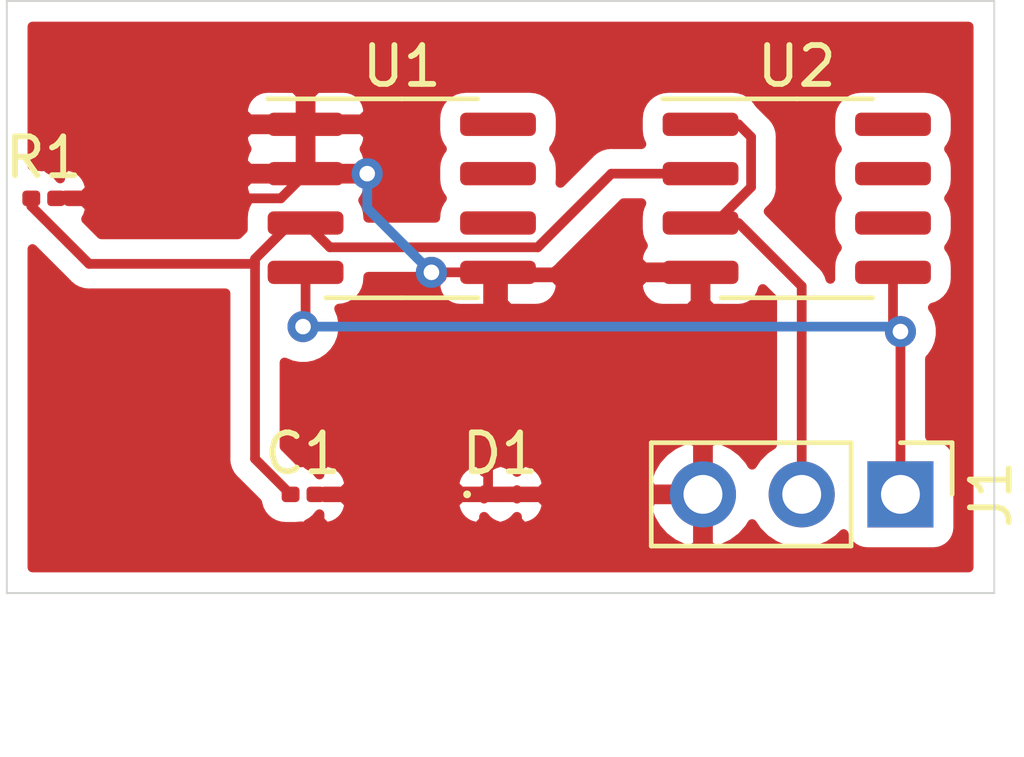
<source format=kicad_pcb>
(kicad_pcb (version 20171130) (host pcbnew "(5.1.9-0-10_14)")

  (general
    (thickness 1.6)
    (drawings 4)
    (tracks 44)
    (zones 0)
    (modules 6)
    (nets 5)
  )

  (page A4 portrait)
  (layers
    (0 F.Cu signal)
    (31 B.Cu signal)
    (32 B.Adhes user)
    (33 F.Adhes user)
    (34 B.Paste user)
    (35 F.Paste user)
    (36 B.SilkS user)
    (37 F.SilkS user)
    (38 B.Mask user)
    (39 F.Mask user)
    (40 Dwgs.User user)
    (41 Cmts.User user)
    (42 Eco1.User user)
    (43 Eco2.User user)
    (44 Edge.Cuts user)
    (45 Margin user)
    (46 B.CrtYd user)
    (47 F.CrtYd user)
    (48 B.Fab user)
    (49 F.Fab user)
  )

  (setup
    (last_trace_width 0.25)
    (trace_clearance 0.2)
    (zone_clearance 0.508)
    (zone_45_only no)
    (trace_min 0.2)
    (via_size 0.8)
    (via_drill 0.4)
    (via_min_size 0.4)
    (via_min_drill 0.3)
    (uvia_size 0.3)
    (uvia_drill 0.1)
    (uvias_allowed no)
    (uvia_min_size 0.2)
    (uvia_min_drill 0.1)
    (edge_width 0.05)
    (segment_width 0.2)
    (pcb_text_width 0.3)
    (pcb_text_size 1.5 1.5)
    (mod_edge_width 0.12)
    (mod_text_size 1 1)
    (mod_text_width 0.15)
    (pad_size 1.524 1.524)
    (pad_drill 0.762)
    (pad_to_mask_clearance 0)
    (aux_axis_origin 0 0)
    (visible_elements FFFFFF7F)
    (pcbplotparams
      (layerselection 0x010fc_ffffffff)
      (usegerberextensions false)
      (usegerberattributes true)
      (usegerberadvancedattributes true)
      (creategerberjobfile true)
      (excludeedgelayer true)
      (linewidth 0.100000)
      (plotframeref false)
      (viasonmask false)
      (mode 1)
      (useauxorigin false)
      (hpglpennumber 1)
      (hpglpenspeed 20)
      (hpglpendiameter 15.000000)
      (psnegative false)
      (psa4output false)
      (plotreference true)
      (plotvalue true)
      (plotinvisibletext false)
      (padsonsilk false)
      (subtractmaskfromsilk false)
      (outputformat 1)
      (mirror false)
      (drillshape 1)
      (scaleselection 1)
      (outputdirectory ""))
  )

  (net 0 "")
  (net 1 GND)
  (net 2 "Net-(C1-Pad1)")
  (net 3 +5V)
  (net 4 /Photodiode_Out)

  (net_class Default "This is the default net class."
    (clearance 0.2)
    (trace_width 0.25)
    (via_dia 0.8)
    (via_drill 0.4)
    (uvia_dia 0.3)
    (uvia_drill 0.1)
    (add_net +5V)
    (add_net /Photodiode_Out)
    (add_net GND)
    (add_net "Net-(C1-Pad1)")
  )

  (module Connector_PinHeader_2.54mm:PinHeader_1x03_P2.54mm_Vertical (layer F.Cu) (tedit 59FED5CC) (tstamp 60459858)
    (at 134.747 151.13 270)
    (descr "Through hole straight pin header, 1x03, 2.54mm pitch, single row")
    (tags "Through hole pin header THT 1x03 2.54mm single row")
    (path /60459A4A)
    (fp_text reference J1 (at 0 -2.33 90) (layer F.SilkS)
      (effects (font (size 1 1) (thickness 0.15)))
    )
    (fp_text value Conn_01x03_Male (at 0 7.41 90) (layer F.Fab)
      (effects (font (size 1 1) (thickness 0.15)))
    )
    (fp_text user %R (at 0 2.54) (layer F.Fab)
      (effects (font (size 1 1) (thickness 0.15)))
    )
    (fp_line (start -0.635 -1.27) (end 1.27 -1.27) (layer F.Fab) (width 0.1))
    (fp_line (start 1.27 -1.27) (end 1.27 6.35) (layer F.Fab) (width 0.1))
    (fp_line (start 1.27 6.35) (end -1.27 6.35) (layer F.Fab) (width 0.1))
    (fp_line (start -1.27 6.35) (end -1.27 -0.635) (layer F.Fab) (width 0.1))
    (fp_line (start -1.27 -0.635) (end -0.635 -1.27) (layer F.Fab) (width 0.1))
    (fp_line (start -1.33 6.41) (end 1.33 6.41) (layer F.SilkS) (width 0.12))
    (fp_line (start -1.33 1.27) (end -1.33 6.41) (layer F.SilkS) (width 0.12))
    (fp_line (start 1.33 1.27) (end 1.33 6.41) (layer F.SilkS) (width 0.12))
    (fp_line (start -1.33 1.27) (end 1.33 1.27) (layer F.SilkS) (width 0.12))
    (fp_line (start -1.33 0) (end -1.33 -1.33) (layer F.SilkS) (width 0.12))
    (fp_line (start -1.33 -1.33) (end 0 -1.33) (layer F.SilkS) (width 0.12))
    (fp_line (start -1.8 -1.8) (end -1.8 6.85) (layer F.CrtYd) (width 0.05))
    (fp_line (start -1.8 6.85) (end 1.8 6.85) (layer F.CrtYd) (width 0.05))
    (fp_line (start 1.8 6.85) (end 1.8 -1.8) (layer F.CrtYd) (width 0.05))
    (fp_line (start 1.8 -1.8) (end -1.8 -1.8) (layer F.CrtYd) (width 0.05))
    (pad 3 thru_hole oval (at 0 5.08 270) (size 1.7 1.7) (drill 1) (layers *.Cu *.Mask)
      (net 1 GND))
    (pad 2 thru_hole oval (at 0 2.54 270) (size 1.7 1.7) (drill 1) (layers *.Cu *.Mask)
      (net 4 /Photodiode_Out))
    (pad 1 thru_hole rect (at 0 0 270) (size 1.7 1.7) (drill 1) (layers *.Cu *.Mask)
      (net 3 +5V))
    (model ${KISYS3DMOD}/Connector_PinHeader_2.54mm.3dshapes/PinHeader_1x03_P2.54mm_Vertical.wrl
      (at (xyz 0 0 0))
      (scale (xyz 1 1 1))
      (rotate (xyz 0 0 0))
    )
  )

  (module Package_SO:SOIC-8_3.9x4.9mm_P1.27mm (layer F.Cu) (tedit 5D9F72B1) (tstamp 6032FA59)
    (at 132.08 143.51)
    (descr "SOIC, 8 Pin (JEDEC MS-012AA, https://www.analog.com/media/en/package-pcb-resources/package/pkg_pdf/soic_narrow-r/r_8.pdf), generated with kicad-footprint-generator ipc_gullwing_generator.py")
    (tags "SOIC SO")
    (path /60340AF3)
    (attr smd)
    (fp_text reference U2 (at 0 -3.4) (layer F.SilkS)
      (effects (font (size 1 1) (thickness 0.15)))
    )
    (fp_text value OPAMP (at 0 3.4) (layer F.Fab)
      (effects (font (size 1 1) (thickness 0.15)))
    )
    (fp_line (start 3.7 -2.7) (end -3.7 -2.7) (layer F.CrtYd) (width 0.05))
    (fp_line (start 3.7 2.7) (end 3.7 -2.7) (layer F.CrtYd) (width 0.05))
    (fp_line (start -3.7 2.7) (end 3.7 2.7) (layer F.CrtYd) (width 0.05))
    (fp_line (start -3.7 -2.7) (end -3.7 2.7) (layer F.CrtYd) (width 0.05))
    (fp_line (start -1.95 -1.475) (end -0.975 -2.45) (layer F.Fab) (width 0.1))
    (fp_line (start -1.95 2.45) (end -1.95 -1.475) (layer F.Fab) (width 0.1))
    (fp_line (start 1.95 2.45) (end -1.95 2.45) (layer F.Fab) (width 0.1))
    (fp_line (start 1.95 -2.45) (end 1.95 2.45) (layer F.Fab) (width 0.1))
    (fp_line (start -0.975 -2.45) (end 1.95 -2.45) (layer F.Fab) (width 0.1))
    (fp_line (start 0 -2.56) (end -3.45 -2.56) (layer F.SilkS) (width 0.12))
    (fp_line (start 0 -2.56) (end 1.95 -2.56) (layer F.SilkS) (width 0.12))
    (fp_line (start 0 2.56) (end -1.95 2.56) (layer F.SilkS) (width 0.12))
    (fp_line (start 0 2.56) (end 1.95 2.56) (layer F.SilkS) (width 0.12))
    (fp_text user %R (at 0 0) (layer F.Fab)
      (effects (font (size 0.98 0.98) (thickness 0.15)))
    )
    (pad 8 smd roundrect (at 2.475 -1.905) (size 1.95 0.6) (layers F.Cu F.Paste F.Mask) (roundrect_rratio 0.25))
    (pad 7 smd roundrect (at 2.475 -0.635) (size 1.95 0.6) (layers F.Cu F.Paste F.Mask) (roundrect_rratio 0.25))
    (pad 6 smd roundrect (at 2.475 0.635) (size 1.95 0.6) (layers F.Cu F.Paste F.Mask) (roundrect_rratio 0.25))
    (pad 5 smd roundrect (at 2.475 1.905) (size 1.95 0.6) (layers F.Cu F.Paste F.Mask) (roundrect_rratio 0.25)
      (net 3 +5V))
    (pad 4 smd roundrect (at -2.475 1.905) (size 1.95 0.6) (layers F.Cu F.Paste F.Mask) (roundrect_rratio 0.25)
      (net 1 GND))
    (pad 3 smd roundrect (at -2.475 0.635) (size 1.95 0.6) (layers F.Cu F.Paste F.Mask) (roundrect_rratio 0.25)
      (net 4 /Photodiode_Out))
    (pad 2 smd roundrect (at -2.475 -0.635) (size 1.95 0.6) (layers F.Cu F.Paste F.Mask) (roundrect_rratio 0.25)
      (net 2 "Net-(C1-Pad1)"))
    (pad 1 smd roundrect (at -2.475 -1.905) (size 1.95 0.6) (layers F.Cu F.Paste F.Mask) (roundrect_rratio 0.25)
      (net 4 /Photodiode_Out))
    (model ${KISYS3DMOD}/Package_SO.3dshapes/SOIC-8_3.9x4.9mm_P1.27mm.wrl
      (at (xyz 0 0 0))
      (scale (xyz 1 1 1))
      (rotate (xyz 0 0 0))
    )
  )

  (module Package_SO:SOIC-8_3.9x4.9mm_P1.27mm (layer F.Cu) (tedit 5D9F72B1) (tstamp 6032FA3F)
    (at 121.92 143.51)
    (descr "SOIC, 8 Pin (JEDEC MS-012AA, https://www.analog.com/media/en/package-pcb-resources/package/pkg_pdf/soic_narrow-r/r_8.pdf), generated with kicad-footprint-generator ipc_gullwing_generator.py")
    (tags "SOIC SO")
    (path /6033FF64)
    (attr smd)
    (fp_text reference U1 (at 0 -3.4) (layer F.SilkS)
      (effects (font (size 1 1) (thickness 0.15)))
    )
    (fp_text value OPAMP (at 0 3.4) (layer F.Fab)
      (effects (font (size 1 1) (thickness 0.15)))
    )
    (fp_line (start 3.7 -2.7) (end -3.7 -2.7) (layer F.CrtYd) (width 0.05))
    (fp_line (start 3.7 2.7) (end 3.7 -2.7) (layer F.CrtYd) (width 0.05))
    (fp_line (start -3.7 2.7) (end 3.7 2.7) (layer F.CrtYd) (width 0.05))
    (fp_line (start -3.7 -2.7) (end -3.7 2.7) (layer F.CrtYd) (width 0.05))
    (fp_line (start -1.95 -1.475) (end -0.975 -2.45) (layer F.Fab) (width 0.1))
    (fp_line (start -1.95 2.45) (end -1.95 -1.475) (layer F.Fab) (width 0.1))
    (fp_line (start 1.95 2.45) (end -1.95 2.45) (layer F.Fab) (width 0.1))
    (fp_line (start 1.95 -2.45) (end 1.95 2.45) (layer F.Fab) (width 0.1))
    (fp_line (start -0.975 -2.45) (end 1.95 -2.45) (layer F.Fab) (width 0.1))
    (fp_line (start 0 -2.56) (end -3.45 -2.56) (layer F.SilkS) (width 0.12))
    (fp_line (start 0 -2.56) (end 1.95 -2.56) (layer F.SilkS) (width 0.12))
    (fp_line (start 0 2.56) (end -1.95 2.56) (layer F.SilkS) (width 0.12))
    (fp_line (start 0 2.56) (end 1.95 2.56) (layer F.SilkS) (width 0.12))
    (fp_text user %R (at 0 0) (layer F.Fab)
      (effects (font (size 0.98 0.98) (thickness 0.15)))
    )
    (pad 8 smd roundrect (at 2.475 -1.905) (size 1.95 0.6) (layers F.Cu F.Paste F.Mask) (roundrect_rratio 0.25))
    (pad 7 smd roundrect (at 2.475 -0.635) (size 1.95 0.6) (layers F.Cu F.Paste F.Mask) (roundrect_rratio 0.25))
    (pad 6 smd roundrect (at 2.475 0.635) (size 1.95 0.6) (layers F.Cu F.Paste F.Mask) (roundrect_rratio 0.25))
    (pad 5 smd roundrect (at 2.475 1.905) (size 1.95 0.6) (layers F.Cu F.Paste F.Mask) (roundrect_rratio 0.25)
      (net 1 GND))
    (pad 4 smd roundrect (at -2.475 1.905) (size 1.95 0.6) (layers F.Cu F.Paste F.Mask) (roundrect_rratio 0.25)
      (net 3 +5V))
    (pad 3 smd roundrect (at -2.475 0.635) (size 1.95 0.6) (layers F.Cu F.Paste F.Mask) (roundrect_rratio 0.25)
      (net 2 "Net-(C1-Pad1)"))
    (pad 2 smd roundrect (at -2.475 -0.635) (size 1.95 0.6) (layers F.Cu F.Paste F.Mask) (roundrect_rratio 0.25)
      (net 1 GND))
    (pad 1 smd roundrect (at -2.475 -1.905) (size 1.95 0.6) (layers F.Cu F.Paste F.Mask) (roundrect_rratio 0.25)
      (net 1 GND))
    (model ${KISYS3DMOD}/Package_SO.3dshapes/SOIC-8_3.9x4.9mm_P1.27mm.wrl
      (at (xyz 0 0 0))
      (scale (xyz 1 1 1))
      (rotate (xyz 0 0 0))
    )
  )

  (module Resistor_SMD:R_0201_0603Metric (layer F.Cu) (tedit 5F68FEEE) (tstamp 6032FA25)
    (at 112.71 143.51)
    (descr "Resistor SMD 0201 (0603 Metric), square (rectangular) end terminal, IPC_7351 nominal, (Body size source: https://www.vishay.com/docs/20052/crcw0201e3.pdf), generated with kicad-footprint-generator")
    (tags resistor)
    (path /601809C8)
    (attr smd)
    (fp_text reference R1 (at 0 -1.05) (layer F.SilkS)
      (effects (font (size 1 1) (thickness 0.15)))
    )
    (fp_text value ?Ω (at 0 1.05) (layer F.Fab)
      (effects (font (size 1 1) (thickness 0.15)))
    )
    (fp_line (start 0.7 0.35) (end -0.7 0.35) (layer F.CrtYd) (width 0.05))
    (fp_line (start 0.7 -0.35) (end 0.7 0.35) (layer F.CrtYd) (width 0.05))
    (fp_line (start -0.7 -0.35) (end 0.7 -0.35) (layer F.CrtYd) (width 0.05))
    (fp_line (start -0.7 0.35) (end -0.7 -0.35) (layer F.CrtYd) (width 0.05))
    (fp_line (start 0.3 0.15) (end -0.3 0.15) (layer F.Fab) (width 0.1))
    (fp_line (start 0.3 -0.15) (end 0.3 0.15) (layer F.Fab) (width 0.1))
    (fp_line (start -0.3 -0.15) (end 0.3 -0.15) (layer F.Fab) (width 0.1))
    (fp_line (start -0.3 0.15) (end -0.3 -0.15) (layer F.Fab) (width 0.1))
    (fp_text user %R (at 0 -0.68) (layer F.Fab)
      (effects (font (size 0.25 0.25) (thickness 0.04)))
    )
    (pad 2 smd roundrect (at 0.32 0) (size 0.46 0.4) (layers F.Cu F.Mask) (roundrect_rratio 0.25)
      (net 1 GND))
    (pad 1 smd roundrect (at -0.32 0) (size 0.46 0.4) (layers F.Cu F.Mask) (roundrect_rratio 0.25)
      (net 2 "Net-(C1-Pad1)"))
    (pad "" smd roundrect (at 0.345 0) (size 0.318 0.36) (layers F.Paste) (roundrect_rratio 0.25))
    (pad "" smd roundrect (at -0.345 0) (size 0.318 0.36) (layers F.Paste) (roundrect_rratio 0.25))
    (model ${KISYS3DMOD}/Resistor_SMD.3dshapes/R_0201_0603Metric.wrl
      (at (xyz 0 0 0))
      (scale (xyz 1 1 1))
      (rotate (xyz 0 0 0))
    )
  )

  (module Diode_SMD:D_0201_0603Metric (layer F.Cu) (tedit 5F68FEF0) (tstamp 6032FA14)
    (at 124.46 151.13)
    (descr "Diode SMD 0201 (0603 Metric), square (rectangular) end terminal, IPC_7351 nominal, (Body size source: https://www.vishay.com/docs/20052/crcw0201e3.pdf), generated with kicad-footprint-generator")
    (tags diode)
    (path /6017D11E)
    (attr smd)
    (fp_text reference D1 (at 0 -1.05) (layer F.SilkS)
      (effects (font (size 1 1) (thickness 0.15)))
    )
    (fp_text value D_Photo (at 0 1.05) (layer F.Fab)
      (effects (font (size 1 1) (thickness 0.15)))
    )
    (fp_line (start 0.7 0.35) (end -0.7 0.35) (layer F.CrtYd) (width 0.05))
    (fp_line (start 0.7 -0.35) (end 0.7 0.35) (layer F.CrtYd) (width 0.05))
    (fp_line (start -0.7 -0.35) (end 0.7 -0.35) (layer F.CrtYd) (width 0.05))
    (fp_line (start -0.7 0.35) (end -0.7 -0.35) (layer F.CrtYd) (width 0.05))
    (fp_line (start -0.1 0.15) (end -0.1 -0.15) (layer F.Fab) (width 0.1))
    (fp_line (start -0.2 0.15) (end -0.2 -0.15) (layer F.Fab) (width 0.1))
    (fp_line (start 0.3 0.15) (end -0.3 0.15) (layer F.Fab) (width 0.1))
    (fp_line (start 0.3 -0.15) (end 0.3 0.15) (layer F.Fab) (width 0.1))
    (fp_line (start -0.3 -0.15) (end 0.3 -0.15) (layer F.Fab) (width 0.1))
    (fp_line (start -0.3 0.15) (end -0.3 -0.15) (layer F.Fab) (width 0.1))
    (fp_circle (center -0.86 0) (end -0.81 0) (layer F.SilkS) (width 0.1))
    (fp_text user %R (at 0 -0.68) (layer F.Fab)
      (effects (font (size 0.25 0.25) (thickness 0.04)))
    )
    (pad 2 smd roundrect (at 0.32 0) (size 0.46 0.4) (layers F.Cu F.Mask) (roundrect_rratio 0.25)
      (net 1 GND))
    (pad 1 smd roundrect (at -0.32 0) (size 0.46 0.4) (layers F.Cu F.Mask) (roundrect_rratio 0.25)
      (net 1 GND))
    (pad "" smd roundrect (at 0.345 0) (size 0.318 0.36) (layers F.Paste) (roundrect_rratio 0.25))
    (pad "" smd roundrect (at -0.345 0) (size 0.318 0.36) (layers F.Paste) (roundrect_rratio 0.25))
    (model ${KISYS3DMOD}/Diode_SMD.3dshapes/D_0201_0603Metric.wrl
      (at (xyz 0 0 0))
      (scale (xyz 1 1 1))
      (rotate (xyz 0 0 0))
    )
  )

  (module Capacitor_SMD:C_0201_0603Metric (layer F.Cu) (tedit 5F68FEEE) (tstamp 6032FA00)
    (at 119.38 151.13)
    (descr "Capacitor SMD 0201 (0603 Metric), square (rectangular) end terminal, IPC_7351 nominal, (Body size source: https://www.vishay.com/docs/20052/crcw0201e3.pdf), generated with kicad-footprint-generator")
    (tags capacitor)
    (path /6017692C)
    (attr smd)
    (fp_text reference C1 (at 0 -1.05) (layer F.SilkS)
      (effects (font (size 1 1) (thickness 0.15)))
    )
    (fp_text value ?pF (at 0 1.05) (layer F.Fab)
      (effects (font (size 1 1) (thickness 0.15)))
    )
    (fp_line (start 0.7 0.35) (end -0.7 0.35) (layer F.CrtYd) (width 0.05))
    (fp_line (start 0.7 -0.35) (end 0.7 0.35) (layer F.CrtYd) (width 0.05))
    (fp_line (start -0.7 -0.35) (end 0.7 -0.35) (layer F.CrtYd) (width 0.05))
    (fp_line (start -0.7 0.35) (end -0.7 -0.35) (layer F.CrtYd) (width 0.05))
    (fp_line (start 0.3 0.15) (end -0.3 0.15) (layer F.Fab) (width 0.1))
    (fp_line (start 0.3 -0.15) (end 0.3 0.15) (layer F.Fab) (width 0.1))
    (fp_line (start -0.3 -0.15) (end 0.3 -0.15) (layer F.Fab) (width 0.1))
    (fp_line (start -0.3 0.15) (end -0.3 -0.15) (layer F.Fab) (width 0.1))
    (fp_text user %R (at 0 -0.68) (layer F.Fab)
      (effects (font (size 0.25 0.25) (thickness 0.04)))
    )
    (pad 2 smd roundrect (at 0.32 0) (size 0.46 0.4) (layers F.Cu F.Mask) (roundrect_rratio 0.25)
      (net 1 GND))
    (pad 1 smd roundrect (at -0.32 0) (size 0.46 0.4) (layers F.Cu F.Mask) (roundrect_rratio 0.25)
      (net 2 "Net-(C1-Pad1)"))
    (pad "" smd roundrect (at 0.345 0) (size 0.318 0.36) (layers F.Paste) (roundrect_rratio 0.25))
    (pad "" smd roundrect (at -0.345 0) (size 0.318 0.36) (layers F.Paste) (roundrect_rratio 0.25))
    (model ${KISYS3DMOD}/Capacitor_SMD.3dshapes/C_0201_0603Metric.wrl
      (at (xyz 0 0 0))
      (scale (xyz 1 1 1))
      (rotate (xyz 0 0 0))
    )
  )

  (gr_line (start 137.16 138.43) (end 111.76 138.43) (layer Edge.Cuts) (width 0.05) (tstamp 60458FB7))
  (gr_line (start 137.16 153.67) (end 137.16 138.43) (layer Edge.Cuts) (width 0.05))
  (gr_line (start 111.76 153.67) (end 137.16 153.67) (layer Edge.Cuts) (width 0.05))
  (gr_line (start 111.76 138.43) (end 111.76 153.67) (layer Edge.Cuts) (width 0.05))

  (via (at 121.031 142.875) (size 0.8) (drill 0.4) (layers F.Cu B.Cu) (net 1))
  (via (at 122.682 145.415) (size 0.8) (drill 0.4) (layers F.Cu B.Cu) (net 1))
  (via (at 119.38 146.812) (size 0.8) (drill 0.4) (layers F.Cu B.Cu) (net 3))
  (via (at 134.747 146.939) (size 0.8) (drill 0.4) (layers F.Cu B.Cu) (net 3))
  (segment (start 119.7 151.13) (end 124.14 151.13) (width 0.25) (layer F.Cu) (net 1))
  (segment (start 124.14 145.67) (end 124.395 145.415) (width 0.25) (layer F.Cu) (net 1))
  (segment (start 124.14 151.13) (end 124.14 145.67) (width 0.25) (layer F.Cu) (net 1))
  (segment (start 124.14 151.13) (end 124.78 151.13) (width 0.25) (layer F.Cu) (net 1))
  (segment (start 124.395 145.415) (end 129.605 145.415) (width 0.25) (layer F.Cu) (net 1))
  (segment (start 118.81 143.51) (end 119.445 142.875) (width 0.25) (layer F.Cu) (net 1))
  (segment (start 113.03 143.51) (end 118.81 143.51) (width 0.25) (layer F.Cu) (net 1))
  (segment (start 119.445 141.605) (end 119.445 142.875) (width 0.25) (layer F.Cu) (net 1))
  (segment (start 119.445 142.875) (end 121.031 142.875) (width 0.25) (layer F.Cu) (net 1))
  (segment (start 122.682 145.415) (end 124.395 145.415) (width 0.25) (layer F.Cu) (net 1))
  (segment (start 121.031 143.764) (end 122.682 145.415) (width 0.25) (layer B.Cu) (net 1))
  (segment (start 121.031 142.875) (end 121.031 143.764) (width 0.25) (layer B.Cu) (net 1))
  (segment (start 124.78 151.13) (end 129.667 151.13) (width 0.25) (layer F.Cu) (net 1))
  (segment (start 118.14499 145.068242) (end 119.068232 144.145) (width 0.25) (layer F.Cu) (net 2))
  (segment (start 119.068232 144.145) (end 119.445 144.145) (width 0.25) (layer F.Cu) (net 2))
  (segment (start 119.06 151.13) (end 118.14499 150.21499) (width 0.25) (layer F.Cu) (net 2))
  (segment (start 113.87599 145.19599) (end 118.14499 145.19599) (width 0.25) (layer F.Cu) (net 2))
  (segment (start 112.39 143.51) (end 112.39 143.71) (width 0.25) (layer F.Cu) (net 2))
  (segment (start 112.39 143.71) (end 113.87599 145.19599) (width 0.25) (layer F.Cu) (net 2))
  (segment (start 118.14499 145.19599) (end 118.14499 145.068242) (width 0.25) (layer F.Cu) (net 2))
  (segment (start 118.14499 150.21499) (end 118.14499 145.19599) (width 0.25) (layer F.Cu) (net 2))
  (segment (start 125.416758 144.77001) (end 120.07001 144.77001) (width 0.25) (layer F.Cu) (net 2))
  (segment (start 127.311768 142.875) (end 125.416758 144.77001) (width 0.25) (layer F.Cu) (net 2))
  (segment (start 120.07001 144.77001) (end 119.445 144.145) (width 0.25) (layer F.Cu) (net 2))
  (segment (start 129.605 142.875) (end 127.311768 142.875) (width 0.25) (layer F.Cu) (net 2))
  (segment (start 119.445 146.747) (end 119.38 146.812) (width 0.25) (layer F.Cu) (net 3))
  (segment (start 119.445 145.415) (end 119.445 146.747) (width 0.25) (layer F.Cu) (net 3))
  (segment (start 134.555 146.747) (end 134.747 146.939) (width 0.25) (layer F.Cu) (net 3))
  (segment (start 134.555 145.415) (end 134.555 146.747) (width 0.25) (layer F.Cu) (net 3))
  (segment (start 134.62 146.812) (end 134.747 146.939) (width 0.25) (layer B.Cu) (net 3))
  (segment (start 119.38 146.812) (end 134.62 146.812) (width 0.25) (layer B.Cu) (net 3))
  (segment (start 134.747 151.13) (end 134.747 146.939) (width 0.25) (layer F.Cu) (net 3))
  (segment (start 129.981768 144.145) (end 129.605 144.145) (width 0.25) (layer F.Cu) (net 4))
  (segment (start 130.90501 143.221758) (end 129.981768 144.145) (width 0.25) (layer F.Cu) (net 4))
  (segment (start 130.90501 141.93001) (end 130.90501 143.221758) (width 0.25) (layer F.Cu) (net 4))
  (segment (start 130.58 141.605) (end 130.90501 141.93001) (width 0.25) (layer F.Cu) (net 4))
  (segment (start 129.605 141.605) (end 130.58 141.605) (width 0.25) (layer F.Cu) (net 4))
  (segment (start 132.207 145.772) (end 132.207 151.13) (width 0.25) (layer F.Cu) (net 4))
  (segment (start 130.58 144.145) (end 132.207 145.772) (width 0.25) (layer F.Cu) (net 4))
  (segment (start 129.605 144.145) (end 130.58 144.145) (width 0.25) (layer F.Cu) (net 4))

  (zone (net 1) (net_name GND) (layer F.Cu) (tstamp 0) (hatch edge 0.508)
    (connect_pads (clearance 0.508))
    (min_thickness 0.254)
    (fill yes (arc_segments 32) (thermal_gap 0.508) (thermal_bridge_width 0.508))
    (polygon
      (pts
        (xy 137.16 153.67) (xy 111.76 153.67) (xy 111.76 138.43) (xy 137.16 138.43)
      )
    )
    (filled_polygon
      (pts
        (xy 136.5 153.01) (xy 112.42 153.01) (xy 112.42 144.814801) (xy 113.312191 145.706993) (xy 113.335989 145.735991)
        (xy 113.451714 145.830964) (xy 113.583743 145.901536) (xy 113.727004 145.944993) (xy 113.838657 145.95599) (xy 113.838666 145.95599)
        (xy 113.875989 145.959666) (xy 113.913312 145.95599) (xy 117.384991 145.95599) (xy 117.38499 150.177667) (xy 117.381314 150.21499)
        (xy 117.38499 150.252312) (xy 117.38499 150.252322) (xy 117.395987 150.363975) (xy 117.426914 150.465928) (xy 117.439444 150.507236)
        (xy 117.510016 150.639266) (xy 117.534285 150.668837) (xy 117.604989 150.754991) (xy 117.633992 150.778793) (xy 118.203589 151.34839)
        (xy 118.20611 151.373991) (xy 118.24811 151.512448) (xy 118.316316 151.640051) (xy 118.408104 151.751896) (xy 118.519949 151.843684)
        (xy 118.647552 151.91189) (xy 118.786009 151.95389) (xy 118.93 151.968072) (xy 119.19 151.968072) (xy 119.333991 151.95389)
        (xy 119.338884 151.952406) (xy 119.363709 151.959157) (xy 119.43825 151.965) (xy 119.513077 151.890173) (xy 119.600051 151.843684)
        (xy 119.711896 151.751896) (xy 119.803 151.640884) (xy 119.803 151.80625) (xy 119.96175 151.965) (xy 120.036291 151.959157)
        (xy 120.156991 151.926331) (xy 120.268968 151.870589) (xy 120.367919 151.794072) (xy 120.45004 151.699722) (xy 120.512177 151.591163)
        (xy 120.551941 151.472567) (xy 120.565 151.36175) (xy 123.275 151.36175) (xy 123.288059 151.472567) (xy 123.327823 151.591163)
        (xy 123.38996 151.699722) (xy 123.472081 151.794072) (xy 123.571032 151.870589) (xy 123.683009 151.926331) (xy 123.803709 151.959157)
        (xy 123.87825 151.965) (xy 124.037 151.80625) (xy 124.037 151.70781) (xy 124.112081 151.794072) (xy 124.211032 151.870589)
        (xy 124.323009 151.926331) (xy 124.37805 151.9413) (xy 124.40175 151.965) (xy 124.46 151.960434) (xy 124.51825 151.965)
        (xy 124.54195 151.9413) (xy 124.596991 151.926331) (xy 124.708968 151.870589) (xy 124.807919 151.794072) (xy 124.883 151.70781)
        (xy 124.883 151.80625) (xy 125.04175 151.965) (xy 125.116291 151.959157) (xy 125.236991 151.926331) (xy 125.348968 151.870589)
        (xy 125.447919 151.794072) (xy 125.53004 151.699722) (xy 125.592177 151.591163) (xy 125.627138 151.486891) (xy 128.225519 151.486891)
        (xy 128.322843 151.761252) (xy 128.471822 152.011355) (xy 128.666731 152.227588) (xy 128.90008 152.401641) (xy 129.162901 152.526825)
        (xy 129.31011 152.571476) (xy 129.54 152.450155) (xy 129.54 151.257) (xy 128.346186 151.257) (xy 128.225519 151.486891)
        (xy 125.627138 151.486891) (xy 125.631941 151.472567) (xy 125.645 151.36175) (xy 125.48625 151.203) (xy 124.883 151.203)
        (xy 124.883 151.23975) (xy 124.84625 151.203) (xy 124.07375 151.203) (xy 124.037 151.23975) (xy 124.037 151.203)
        (xy 123.43375 151.203) (xy 123.275 151.36175) (xy 120.565 151.36175) (xy 120.40625 151.203) (xy 119.928072 151.203)
        (xy 119.928072 151.057) (xy 120.40625 151.057) (xy 120.565 150.89825) (xy 123.275 150.89825) (xy 123.43375 151.057)
        (xy 124.037 151.057) (xy 124.037 151.02025) (xy 124.07375 151.057) (xy 124.84625 151.057) (xy 124.883 151.02025)
        (xy 124.883 151.057) (xy 125.48625 151.057) (xy 125.645 150.89825) (xy 125.631941 150.787433) (xy 125.627139 150.773109)
        (xy 128.225519 150.773109) (xy 128.346186 151.003) (xy 129.54 151.003) (xy 129.54 149.809845) (xy 129.31011 149.688524)
        (xy 129.162901 149.733175) (xy 128.90008 149.858359) (xy 128.666731 150.032412) (xy 128.471822 150.248645) (xy 128.322843 150.498748)
        (xy 128.225519 150.773109) (xy 125.627139 150.773109) (xy 125.592177 150.668837) (xy 125.53004 150.560278) (xy 125.447919 150.465928)
        (xy 125.348968 150.389411) (xy 125.236991 150.333669) (xy 125.116291 150.300843) (xy 125.04175 150.295) (xy 124.883 150.45375)
        (xy 124.883 150.55219) (xy 124.807919 150.465928) (xy 124.708968 150.389411) (xy 124.596991 150.333669) (xy 124.54195 150.3187)
        (xy 124.51825 150.295) (xy 124.46 150.299566) (xy 124.40175 150.295) (xy 124.37805 150.3187) (xy 124.323009 150.333669)
        (xy 124.211032 150.389411) (xy 124.112081 150.465928) (xy 124.037 150.55219) (xy 124.037 150.45375) (xy 123.87825 150.295)
        (xy 123.803709 150.300843) (xy 123.683009 150.333669) (xy 123.571032 150.389411) (xy 123.472081 150.465928) (xy 123.38996 150.560278)
        (xy 123.327823 150.668837) (xy 123.288059 150.787433) (xy 123.275 150.89825) (xy 120.565 150.89825) (xy 120.551941 150.787433)
        (xy 120.512177 150.668837) (xy 120.45004 150.560278) (xy 120.367919 150.465928) (xy 120.268968 150.389411) (xy 120.156991 150.333669)
        (xy 120.036291 150.300843) (xy 119.96175 150.295) (xy 119.803 150.45375) (xy 119.803 150.619116) (xy 119.711896 150.508104)
        (xy 119.600051 150.416316) (xy 119.513077 150.369827) (xy 119.43825 150.295) (xy 119.363709 150.300843) (xy 119.338884 150.307594)
        (xy 119.333991 150.30611) (xy 119.30839 150.303589) (xy 118.90499 149.900189) (xy 118.90499 147.73552) (xy 119.078102 147.807226)
        (xy 119.278061 147.847) (xy 119.481939 147.847) (xy 119.681898 147.807226) (xy 119.870256 147.729205) (xy 120.039774 147.615937)
        (xy 120.183937 147.471774) (xy 120.297205 147.302256) (xy 120.375226 147.113898) (xy 120.415 146.913939) (xy 120.415 146.710061)
        (xy 120.375226 146.510102) (xy 120.308607 146.349269) (xy 120.423745 146.337929) (xy 120.571582 146.293084) (xy 120.707829 146.220258)
        (xy 120.827251 146.122251) (xy 120.925258 146.002829) (xy 120.998084 145.866582) (xy 121.042929 145.718745) (xy 121.058072 145.565)
        (xy 121.058072 145.53001) (xy 122.785 145.53001) (xy 122.785 145.542002) (xy 122.943748 145.542002) (xy 122.785 145.70075)
        (xy 122.781928 145.715) (xy 122.794188 145.839482) (xy 122.830498 145.95918) (xy 122.889463 146.069494) (xy 122.968815 146.166185)
        (xy 123.065506 146.245537) (xy 123.17582 146.304502) (xy 123.295518 146.340812) (xy 123.42 146.353072) (xy 124.10925 146.35)
        (xy 124.268 146.19125) (xy 124.268 145.542) (xy 124.522 145.542) (xy 124.522 146.19125) (xy 124.68075 146.35)
        (xy 125.37 146.353072) (xy 125.494482 146.340812) (xy 125.61418 146.304502) (xy 125.724494 146.245537) (xy 125.821185 146.166185)
        (xy 125.900537 146.069494) (xy 125.959502 145.95918) (xy 125.995812 145.839482) (xy 126.008072 145.715) (xy 127.991928 145.715)
        (xy 128.004188 145.839482) (xy 128.040498 145.95918) (xy 128.099463 146.069494) (xy 128.178815 146.166185) (xy 128.275506 146.245537)
        (xy 128.38582 146.304502) (xy 128.505518 146.340812) (xy 128.63 146.353072) (xy 129.31925 146.35) (xy 129.478 146.19125)
        (xy 129.478 145.542) (xy 128.15375 145.542) (xy 127.995 145.70075) (xy 127.991928 145.715) (xy 126.008072 145.715)
        (xy 126.005 145.70075) (xy 125.84625 145.542) (xy 124.522 145.542) (xy 124.268 145.542) (xy 124.248 145.542)
        (xy 124.248 145.53001) (xy 125.379436 145.53001) (xy 125.416758 145.533686) (xy 125.45408 145.53001) (xy 125.454091 145.53001)
        (xy 125.565744 145.519013) (xy 125.709005 145.475556) (xy 125.841034 145.404984) (xy 125.956759 145.310011) (xy 125.980562 145.281007)
        (xy 127.62657 143.635) (xy 128.083141 143.635) (xy 128.051916 143.693418) (xy 128.007071 143.841255) (xy 127.991928 143.995)
        (xy 127.991928 144.295) (xy 128.007071 144.448745) (xy 128.051916 144.596582) (xy 128.12373 144.730936) (xy 128.099463 144.760506)
        (xy 128.040498 144.87082) (xy 128.004188 144.990518) (xy 127.991928 145.115) (xy 127.995 145.12925) (xy 128.15375 145.288)
        (xy 129.478 145.288) (xy 129.478 145.268) (xy 129.732 145.268) (xy 129.732 145.288) (xy 129.752 145.288)
        (xy 129.752 145.542) (xy 129.732 145.542) (xy 129.732 146.19125) (xy 129.89075 146.35) (xy 130.58 146.353072)
        (xy 130.704482 146.340812) (xy 130.82418 146.304502) (xy 130.934494 146.245537) (xy 131.031185 146.166185) (xy 131.110537 146.069494)
        (xy 131.169502 145.95918) (xy 131.204385 145.844187) (xy 131.447 146.086803) (xy 131.447001 149.851821) (xy 131.260368 149.976525)
        (xy 131.053525 150.183368) (xy 130.931805 150.365534) (xy 130.862178 150.248645) (xy 130.667269 150.032412) (xy 130.43392 149.858359)
        (xy 130.171099 149.733175) (xy 130.02389 149.688524) (xy 129.794 149.809845) (xy 129.794 151.003) (xy 129.814 151.003)
        (xy 129.814 151.257) (xy 129.794 151.257) (xy 129.794 152.450155) (xy 130.02389 152.571476) (xy 130.171099 152.526825)
        (xy 130.43392 152.401641) (xy 130.667269 152.227588) (xy 130.862178 152.011355) (xy 130.931805 151.894466) (xy 131.053525 152.076632)
        (xy 131.260368 152.283475) (xy 131.503589 152.44599) (xy 131.773842 152.557932) (xy 132.06074 152.615) (xy 132.35326 152.615)
        (xy 132.640158 152.557932) (xy 132.910411 152.44599) (xy 133.153632 152.283475) (xy 133.285487 152.15162) (xy 133.307498 152.22418)
        (xy 133.366463 152.334494) (xy 133.445815 152.431185) (xy 133.542506 152.510537) (xy 133.65282 152.569502) (xy 133.772518 152.605812)
        (xy 133.897 152.618072) (xy 135.597 152.618072) (xy 135.721482 152.605812) (xy 135.84118 152.569502) (xy 135.951494 152.510537)
        (xy 136.048185 152.431185) (xy 136.127537 152.334494) (xy 136.186502 152.22418) (xy 136.222812 152.104482) (xy 136.235072 151.98)
        (xy 136.235072 150.28) (xy 136.222812 150.155518) (xy 136.186502 150.03582) (xy 136.127537 149.925506) (xy 136.048185 149.828815)
        (xy 135.951494 149.749463) (xy 135.84118 149.690498) (xy 135.721482 149.654188) (xy 135.597 149.641928) (xy 135.507 149.641928)
        (xy 135.507 147.642711) (xy 135.550937 147.598774) (xy 135.664205 147.429256) (xy 135.742226 147.240898) (xy 135.782 147.040939)
        (xy 135.782 146.837061) (xy 135.742226 146.637102) (xy 135.664205 146.448744) (xy 135.580653 146.3237) (xy 135.681582 146.293084)
        (xy 135.817829 146.220258) (xy 135.937251 146.122251) (xy 136.035258 146.002829) (xy 136.108084 145.866582) (xy 136.152929 145.718745)
        (xy 136.168072 145.565) (xy 136.168072 145.265) (xy 136.152929 145.111255) (xy 136.108084 144.963418) (xy 136.035258 144.827171)
        (xy 135.996546 144.78) (xy 136.035258 144.732829) (xy 136.108084 144.596582) (xy 136.152929 144.448745) (xy 136.168072 144.295)
        (xy 136.168072 143.995) (xy 136.152929 143.841255) (xy 136.108084 143.693418) (xy 136.035258 143.557171) (xy 135.996546 143.51)
        (xy 136.035258 143.462829) (xy 136.108084 143.326582) (xy 136.152929 143.178745) (xy 136.168072 143.025) (xy 136.168072 142.725)
        (xy 136.152929 142.571255) (xy 136.108084 142.423418) (xy 136.035258 142.287171) (xy 135.996546 142.24) (xy 136.035258 142.192829)
        (xy 136.108084 142.056582) (xy 136.152929 141.908745) (xy 136.168072 141.755) (xy 136.168072 141.455) (xy 136.152929 141.301255)
        (xy 136.108084 141.153418) (xy 136.035258 141.017171) (xy 135.937251 140.897749) (xy 135.817829 140.799742) (xy 135.681582 140.726916)
        (xy 135.533745 140.682071) (xy 135.38 140.666928) (xy 133.73 140.666928) (xy 133.576255 140.682071) (xy 133.428418 140.726916)
        (xy 133.292171 140.799742) (xy 133.172749 140.897749) (xy 133.074742 141.017171) (xy 133.001916 141.153418) (xy 132.957071 141.301255)
        (xy 132.941928 141.455) (xy 132.941928 141.755) (xy 132.957071 141.908745) (xy 133.001916 142.056582) (xy 133.074742 142.192829)
        (xy 133.113454 142.24) (xy 133.074742 142.287171) (xy 133.001916 142.423418) (xy 132.957071 142.571255) (xy 132.941928 142.725)
        (xy 132.941928 143.025) (xy 132.957071 143.178745) (xy 133.001916 143.326582) (xy 133.074742 143.462829) (xy 133.113454 143.51)
        (xy 133.074742 143.557171) (xy 133.001916 143.693418) (xy 132.957071 143.841255) (xy 132.941928 143.995) (xy 132.941928 144.295)
        (xy 132.957071 144.448745) (xy 133.001916 144.596582) (xy 133.074742 144.732829) (xy 133.113454 144.78) (xy 133.074742 144.827171)
        (xy 133.001916 144.963418) (xy 132.957071 145.111255) (xy 132.941928 145.265) (xy 132.941928 145.565) (xy 132.943622 145.582198)
        (xy 132.912546 145.479753) (xy 132.841974 145.347724) (xy 132.79296 145.288) (xy 132.770799 145.260996) (xy 132.770795 145.260992)
        (xy 132.747001 145.231999) (xy 132.718009 145.208206) (xy 131.355686 143.845884) (xy 131.416013 143.785557) (xy 131.445011 143.761759)
        (xy 131.539984 143.646034) (xy 131.610556 143.514005) (xy 131.654013 143.370744) (xy 131.66501 143.259091) (xy 131.66501 143.259082)
        (xy 131.668686 143.221759) (xy 131.66501 143.184436) (xy 131.66501 141.967343) (xy 131.668687 141.93001) (xy 131.654013 141.781024)
        (xy 131.610556 141.637763) (xy 131.539984 141.505734) (xy 131.445011 141.390009) (xy 131.416008 141.366207) (xy 131.143804 141.094003)
        (xy 131.120001 141.064999) (xy 131.10365 141.05158) (xy 131.085258 141.017171) (xy 130.987251 140.897749) (xy 130.867829 140.799742)
        (xy 130.731582 140.726916) (xy 130.583745 140.682071) (xy 130.43 140.666928) (xy 128.78 140.666928) (xy 128.626255 140.682071)
        (xy 128.478418 140.726916) (xy 128.342171 140.799742) (xy 128.222749 140.897749) (xy 128.124742 141.017171) (xy 128.051916 141.153418)
        (xy 128.007071 141.301255) (xy 127.991928 141.455) (xy 127.991928 141.755) (xy 128.007071 141.908745) (xy 128.051916 142.056582)
        (xy 128.083141 142.115) (xy 127.349091 142.115) (xy 127.311768 142.111324) (xy 127.274445 142.115) (xy 127.274435 142.115)
        (xy 127.162782 142.125997) (xy 127.019521 142.169454) (xy 126.887492 142.240026) (xy 126.771767 142.334999) (xy 126.747969 142.363997)
        (xy 125.999452 143.112514) (xy 126.008072 143.025) (xy 126.008072 142.725) (xy 125.992929 142.571255) (xy 125.948084 142.423418)
        (xy 125.875258 142.287171) (xy 125.836546 142.24) (xy 125.875258 142.192829) (xy 125.948084 142.056582) (xy 125.992929 141.908745)
        (xy 126.008072 141.755) (xy 126.008072 141.455) (xy 125.992929 141.301255) (xy 125.948084 141.153418) (xy 125.875258 141.017171)
        (xy 125.777251 140.897749) (xy 125.657829 140.799742) (xy 125.521582 140.726916) (xy 125.373745 140.682071) (xy 125.22 140.666928)
        (xy 123.57 140.666928) (xy 123.416255 140.682071) (xy 123.268418 140.726916) (xy 123.132171 140.799742) (xy 123.012749 140.897749)
        (xy 122.914742 141.017171) (xy 122.841916 141.153418) (xy 122.797071 141.301255) (xy 122.781928 141.455) (xy 122.781928 141.755)
        (xy 122.797071 141.908745) (xy 122.841916 142.056582) (xy 122.914742 142.192829) (xy 122.953454 142.24) (xy 122.914742 142.287171)
        (xy 122.841916 142.423418) (xy 122.797071 142.571255) (xy 122.781928 142.725) (xy 122.781928 143.025) (xy 122.797071 143.178745)
        (xy 122.841916 143.326582) (xy 122.914742 143.462829) (xy 122.953454 143.51) (xy 122.914742 143.557171) (xy 122.841916 143.693418)
        (xy 122.797071 143.841255) (xy 122.781928 143.995) (xy 122.781928 144.01001) (xy 121.058072 144.01001) (xy 121.058072 143.995)
        (xy 121.042929 143.841255) (xy 120.998084 143.693418) (xy 120.92627 143.559064) (xy 120.950537 143.529494) (xy 121.009502 143.41918)
        (xy 121.045812 143.299482) (xy 121.058072 143.175) (xy 121.055 143.16075) (xy 120.89625 143.002) (xy 119.572 143.002)
        (xy 119.572 143.022) (xy 119.318 143.022) (xy 119.318 143.002) (xy 117.99375 143.002) (xy 117.835 143.16075)
        (xy 117.831928 143.175) (xy 117.844188 143.299482) (xy 117.880498 143.41918) (xy 117.939463 143.529494) (xy 117.96373 143.559064)
        (xy 117.891916 143.693418) (xy 117.847071 143.841255) (xy 117.831928 143.995) (xy 117.831928 144.295) (xy 117.832959 144.305471)
        (xy 117.702441 144.43599) (xy 114.190792 144.43599) (xy 113.799873 144.045072) (xy 113.842177 143.971163) (xy 113.881941 143.852567)
        (xy 113.895 143.74175) (xy 113.73625 143.583) (xy 113.337801 143.583) (xy 113.258072 143.503271) (xy 113.258072 143.437)
        (xy 113.73625 143.437) (xy 113.895 143.27825) (xy 113.881941 143.167433) (xy 113.842177 143.048837) (xy 113.78004 142.940278)
        (xy 113.697919 142.845928) (xy 113.598968 142.769411) (xy 113.486991 142.713669) (xy 113.366291 142.680843) (xy 113.29175 142.675)
        (xy 113.133 142.83375) (xy 113.133 142.999116) (xy 113.041896 142.888104) (xy 112.930051 142.796316) (xy 112.843077 142.749827)
        (xy 112.76825 142.675) (xy 112.693709 142.680843) (xy 112.668884 142.687594) (xy 112.663991 142.68611) (xy 112.52 142.671928)
        (xy 112.42 142.671928) (xy 112.42 141.905) (xy 117.831928 141.905) (xy 117.844188 142.029482) (xy 117.880498 142.14918)
        (xy 117.929043 142.24) (xy 117.880498 142.33082) (xy 117.844188 142.450518) (xy 117.831928 142.575) (xy 117.835 142.58925)
        (xy 117.99375 142.748) (xy 119.318 142.748) (xy 119.318 141.732) (xy 119.572 141.732) (xy 119.572 142.748)
        (xy 120.89625 142.748) (xy 121.055 142.58925) (xy 121.058072 142.575) (xy 121.045812 142.450518) (xy 121.009502 142.33082)
        (xy 120.960957 142.24) (xy 121.009502 142.14918) (xy 121.045812 142.029482) (xy 121.058072 141.905) (xy 121.055 141.89075)
        (xy 120.89625 141.732) (xy 119.572 141.732) (xy 119.318 141.732) (xy 117.99375 141.732) (xy 117.835 141.89075)
        (xy 117.831928 141.905) (xy 112.42 141.905) (xy 112.42 141.305) (xy 117.831928 141.305) (xy 117.835 141.31925)
        (xy 117.99375 141.478) (xy 119.318 141.478) (xy 119.318 140.82875) (xy 119.572 140.82875) (xy 119.572 141.478)
        (xy 120.89625 141.478) (xy 121.055 141.31925) (xy 121.058072 141.305) (xy 121.045812 141.180518) (xy 121.009502 141.06082)
        (xy 120.950537 140.950506) (xy 120.871185 140.853815) (xy 120.774494 140.774463) (xy 120.66418 140.715498) (xy 120.544482 140.679188)
        (xy 120.42 140.666928) (xy 119.73075 140.67) (xy 119.572 140.82875) (xy 119.318 140.82875) (xy 119.15925 140.67)
        (xy 118.47 140.666928) (xy 118.345518 140.679188) (xy 118.22582 140.715498) (xy 118.115506 140.774463) (xy 118.018815 140.853815)
        (xy 117.939463 140.950506) (xy 117.880498 141.06082) (xy 117.844188 141.180518) (xy 117.831928 141.305) (xy 112.42 141.305)
        (xy 112.42 139.09) (xy 136.500001 139.09)
      )
    )
  )
)

</source>
